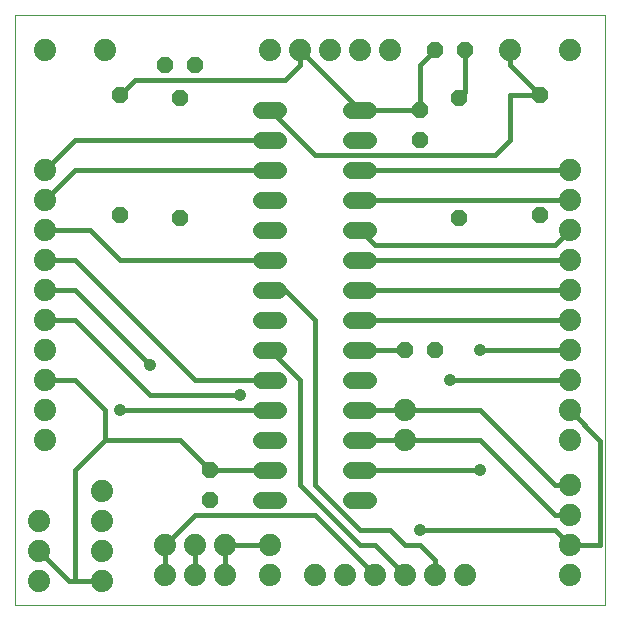
<source format=gtl>
G75*
%MOIN*%
%OFA0B0*%
%FSLAX25Y25*%
%IPPOS*%
%LPD*%
%AMOC8*
5,1,8,0,0,1.08239X$1,22.5*
%
%ADD10C,0.00000*%
%ADD11OC8,0.05600*%
%ADD12C,0.05600*%
%ADD13C,0.07400*%
%ADD14C,0.01600*%
%ADD15C,0.04165*%
D10*
X0003000Y0002500D02*
X0003000Y0199350D01*
X0199850Y0199350D01*
X0199850Y0002500D01*
X0003000Y0002500D01*
D11*
X0068000Y0037500D03*
X0068000Y0047500D03*
X0133000Y0087500D03*
X0143000Y0087500D03*
X0151236Y0131713D03*
X0178000Y0132500D03*
X0178000Y0172500D03*
X0153000Y0187500D03*
X0143000Y0187500D03*
X0151236Y0171713D03*
X0138000Y0167500D03*
X0138000Y0157500D03*
X0063000Y0182500D03*
X0053000Y0182500D03*
X0058150Y0171713D03*
X0038000Y0172500D03*
X0038000Y0132500D03*
X0058150Y0131713D03*
D12*
X0085200Y0127500D02*
X0090800Y0127500D01*
X0090800Y0117500D02*
X0085200Y0117500D01*
X0085200Y0107500D02*
X0090800Y0107500D01*
X0090800Y0097500D02*
X0085200Y0097500D01*
X0085200Y0087500D02*
X0090800Y0087500D01*
X0090800Y0077500D02*
X0085200Y0077500D01*
X0085200Y0067500D02*
X0090800Y0067500D01*
X0090800Y0057500D02*
X0085200Y0057500D01*
X0085200Y0047500D02*
X0090800Y0047500D01*
X0090800Y0037500D02*
X0085200Y0037500D01*
X0115200Y0037500D02*
X0120800Y0037500D01*
X0120800Y0047500D02*
X0115200Y0047500D01*
X0115200Y0057500D02*
X0120800Y0057500D01*
X0120800Y0067500D02*
X0115200Y0067500D01*
X0115200Y0077500D02*
X0120800Y0077500D01*
X0120800Y0087500D02*
X0115200Y0087500D01*
X0115200Y0097500D02*
X0120800Y0097500D01*
X0120800Y0107500D02*
X0115200Y0107500D01*
X0115200Y0117500D02*
X0120800Y0117500D01*
X0120800Y0127500D02*
X0115200Y0127500D01*
X0115200Y0137500D02*
X0120800Y0137500D01*
X0120800Y0147500D02*
X0115200Y0147500D01*
X0115200Y0157500D02*
X0120800Y0157500D01*
X0120800Y0167500D02*
X0115200Y0167500D01*
X0090800Y0167500D02*
X0085200Y0167500D01*
X0085200Y0157500D02*
X0090800Y0157500D01*
X0090800Y0147500D02*
X0085200Y0147500D01*
X0085200Y0137500D02*
X0090800Y0137500D01*
D13*
X0088000Y0187500D03*
X0098000Y0187500D03*
X0108000Y0187500D03*
X0118000Y0187500D03*
X0128000Y0187500D03*
X0168000Y0187500D03*
X0188000Y0187500D03*
X0188000Y0147500D03*
X0188000Y0137500D03*
X0188000Y0127500D03*
X0188000Y0117500D03*
X0188000Y0107500D03*
X0188000Y0097500D03*
X0188000Y0087500D03*
X0188000Y0077500D03*
X0188000Y0067500D03*
X0188000Y0057500D03*
X0188000Y0042500D03*
X0188000Y0032500D03*
X0188000Y0022500D03*
X0188000Y0012500D03*
X0153000Y0012500D03*
X0143000Y0012500D03*
X0133000Y0012500D03*
X0123000Y0012500D03*
X0113000Y0012500D03*
X0103000Y0012500D03*
X0088000Y0012500D03*
X0088000Y0022500D03*
X0073000Y0022500D03*
X0073000Y0012500D03*
X0063000Y0012500D03*
X0063000Y0022500D03*
X0053000Y0022500D03*
X0053000Y0012500D03*
X0032000Y0010500D03*
X0032000Y0020500D03*
X0032000Y0030500D03*
X0032000Y0040500D03*
X0013000Y0057500D03*
X0013000Y0067500D03*
X0013000Y0077500D03*
X0013000Y0087500D03*
X0013000Y0097500D03*
X0013000Y0107500D03*
X0013000Y0117500D03*
X0013000Y0127500D03*
X0013000Y0137500D03*
X0013000Y0147500D03*
X0013000Y0187500D03*
X0033000Y0187500D03*
X0133000Y0067500D03*
X0133000Y0057500D03*
X0011000Y0030500D03*
X0011000Y0020500D03*
X0011000Y0010500D03*
D14*
X0021000Y0010500D02*
X0011000Y0020500D01*
X0021000Y0010500D02*
X0023000Y0010500D01*
X0023000Y0047500D01*
X0033000Y0057500D01*
X0058000Y0057500D01*
X0068000Y0047500D01*
X0088000Y0047500D01*
X0098000Y0042500D02*
X0098000Y0077500D01*
X0088000Y0087500D01*
X0088000Y0077500D02*
X0063000Y0077500D01*
X0023000Y0117500D01*
X0013000Y0117500D01*
X0013000Y0107500D02*
X0023000Y0107500D01*
X0048000Y0082500D01*
X0048000Y0072500D02*
X0078000Y0072500D01*
X0088000Y0067500D02*
X0038000Y0067500D01*
X0033000Y0067500D02*
X0023000Y0077500D01*
X0013000Y0077500D01*
X0013000Y0097500D02*
X0023000Y0097500D01*
X0048000Y0072500D01*
X0033000Y0067500D02*
X0033000Y0057500D01*
X0063000Y0032500D02*
X0103000Y0032500D01*
X0123000Y0012500D01*
X0123000Y0022500D02*
X0118000Y0022500D01*
X0098000Y0042500D01*
X0103000Y0042500D02*
X0103000Y0097500D01*
X0093000Y0107500D01*
X0088000Y0107500D01*
X0088000Y0117500D02*
X0038000Y0117500D01*
X0028000Y0127500D01*
X0013000Y0127500D01*
X0013000Y0137500D02*
X0023000Y0147500D01*
X0088000Y0147500D01*
X0088000Y0157500D02*
X0023000Y0157500D01*
X0013000Y0147500D01*
X0038000Y0172500D02*
X0043000Y0177500D01*
X0093000Y0177500D01*
X0098000Y0182500D01*
X0098000Y0187500D01*
X0118000Y0167500D01*
X0138000Y0167500D01*
X0138000Y0182500D01*
X0143000Y0187500D01*
X0153000Y0187500D02*
X0153000Y0173476D01*
X0151236Y0171713D01*
X0168000Y0172500D02*
X0168000Y0157500D01*
X0163000Y0152500D01*
X0103000Y0152500D01*
X0088000Y0167500D01*
X0118000Y0147500D02*
X0188000Y0147500D01*
X0188000Y0137500D02*
X0118000Y0137500D01*
X0118000Y0127500D02*
X0123000Y0122500D01*
X0183000Y0122500D01*
X0188000Y0127500D01*
X0188000Y0117500D02*
X0118000Y0117500D01*
X0118000Y0107500D02*
X0188000Y0107500D01*
X0188000Y0097500D02*
X0118000Y0097500D01*
X0118000Y0087500D02*
X0133000Y0087500D01*
X0148000Y0077500D02*
X0188000Y0077500D01*
X0188000Y0067500D02*
X0198100Y0057400D01*
X0198100Y0035388D01*
X0198000Y0035288D01*
X0198000Y0022500D01*
X0188000Y0022500D01*
X0183000Y0027500D01*
X0138000Y0027500D01*
X0138000Y0022500D02*
X0133000Y0022500D01*
X0128000Y0027500D01*
X0118000Y0027500D01*
X0103000Y0042500D01*
X0118000Y0047500D02*
X0158000Y0047500D01*
X0158000Y0057500D02*
X0133000Y0057500D01*
X0118000Y0057500D01*
X0118000Y0067500D02*
X0133000Y0067500D01*
X0158000Y0067500D01*
X0183000Y0042500D01*
X0188000Y0042500D01*
X0188000Y0032500D02*
X0183000Y0032500D01*
X0158000Y0057500D01*
X0158000Y0087500D02*
X0188000Y0087500D01*
X0138000Y0022500D02*
X0143000Y0017500D01*
X0143000Y0012500D01*
X0133000Y0012500D02*
X0123000Y0022500D01*
X0088000Y0022500D02*
X0073000Y0022500D01*
X0073000Y0012500D01*
X0063000Y0012500D02*
X0063000Y0022500D01*
X0053000Y0022500D02*
X0053000Y0012500D01*
X0053000Y0022500D02*
X0063000Y0032500D01*
X0032000Y0010500D02*
X0023000Y0010500D01*
X0168000Y0172500D02*
X0178000Y0172500D01*
X0168000Y0182500D01*
X0168000Y0187500D01*
D15*
X0158000Y0087500D03*
X0148000Y0077500D03*
X0158000Y0047500D03*
X0138000Y0027500D03*
X0078000Y0072500D03*
X0048000Y0082500D03*
X0038000Y0067500D03*
M02*

</source>
